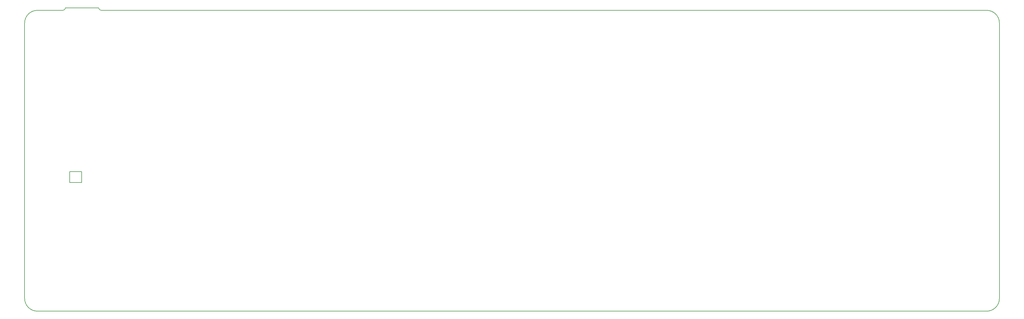
<source format=gbr>
G04 #@! TF.GenerationSoftware,KiCad,Pcbnew,(5.1.10)-1*
G04 #@! TF.CreationDate,2022-02-11T01:48:37+07:00*
G04 #@! TF.ProjectId,uso!VNC,75736f21-564e-4432-9e6b-696361645f70,rev?*
G04 #@! TF.SameCoordinates,Original*
G04 #@! TF.FileFunction,Profile,NP*
%FSLAX45Y45*%
G04 Gerber Fmt 4.5, Leading zero omitted, Abs format (unit mm)*
G04 Created by KiCad (PCBNEW (5.1.10)-1) date 2022-02-11 01:48:37*
%MOMM*%
%LPD*%
G01*
G04 APERTURE LIST*
G04 #@! TA.AperFunction,Profile*
%ADD10C,0.150000*%
G04 #@! TD*
G04 APERTURE END LIST*
D10*
X6111875Y-2857500D02*
X7143750Y-2857500D01*
X6032500Y-2936875D02*
G75*
G03*
X6111875Y-2857500I0J79375D01*
G01*
X7143750Y-2857500D02*
G75*
G03*
X7223125Y-2936875I79375J0D01*
G01*
X6032500Y-2936875D02*
X5238750Y-2936875D01*
X34766250Y-2936875D02*
X7223125Y-2936875D01*
X34766250Y-12303125D02*
X5238750Y-12303125D01*
X35163125Y-3333750D02*
X35163125Y-11906250D01*
X4841875Y-11906250D02*
X4841875Y-3333750D01*
X4841875Y-11906250D02*
G75*
G03*
X5238750Y-12303125I396875J0D01*
G01*
X34766250Y-12303125D02*
G75*
G03*
X35163125Y-11906250I0J396875D01*
G01*
X35163125Y-3333750D02*
G75*
G03*
X34766250Y-2936875I-396875J0D01*
G01*
X5238750Y-2936875D02*
G75*
G03*
X4841875Y-3333750I0J-396875D01*
G01*
X6239375Y-7958000D02*
X6619375Y-7958000D01*
X6239375Y-7958000D02*
X6239375Y-8298000D01*
X6239375Y-8298000D02*
X6619375Y-8298000D01*
X6619375Y-7958000D02*
X6619375Y-8298000D01*
M02*

</source>
